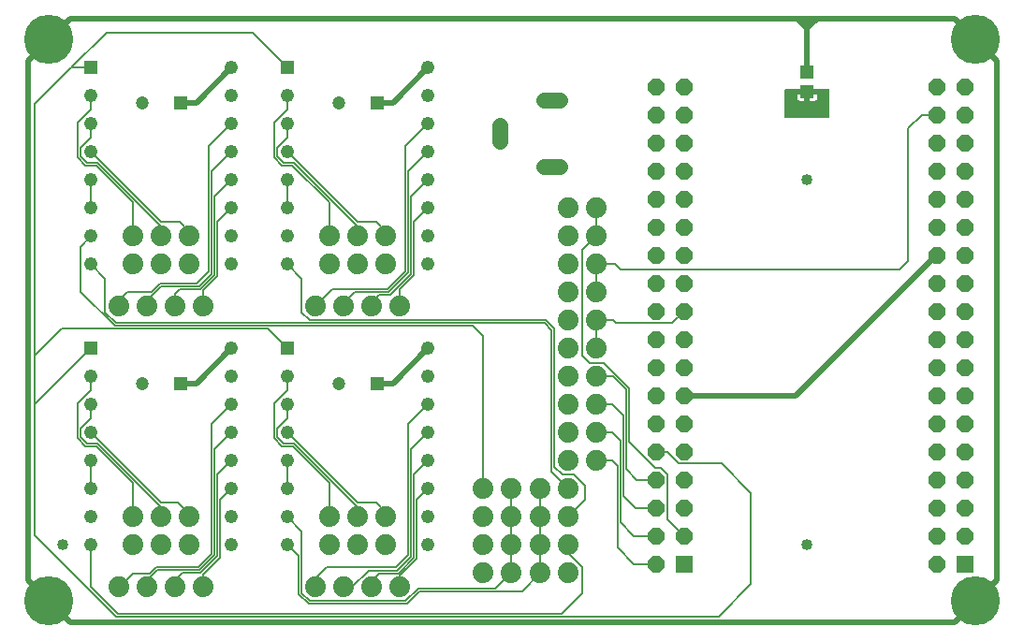
<source format=gbr>
G04 EAGLE Gerber RS-274X export*
G75*
%MOMM*%
%FSLAX34Y34*%
%LPD*%
%INTop Copper*%
%IPPOS*%
%AMOC8*
5,1,8,0,0,1.08239X$1,22.5*%
G01*
%ADD10R,1.244600X1.244600*%
%ADD11C,1.244600*%
%ADD12R,1.200000X1.200000*%
%ADD13C,1.200000*%
%ADD14C,1.879600*%
%ADD15C,1.016000*%
%ADD16C,4.445000*%
%ADD17R,1.270000X1.143000*%
%ADD18R,1.524000X1.524000*%
%ADD19P,1.649562X8X112.500000*%
%ADD20C,1.400000*%
%ADD21C,0.609600*%
%ADD22C,0.127000*%
%ADD23C,0.508000*%
%ADD24C,0.254000*%

G36*
X730368Y462296D02*
X730368Y462296D01*
X730487Y462303D01*
X730525Y462316D01*
X730566Y462321D01*
X730676Y462364D01*
X730789Y462401D01*
X730824Y462423D01*
X730861Y462438D01*
X730957Y462508D01*
X731058Y462571D01*
X731086Y462601D01*
X731119Y462624D01*
X731195Y462716D01*
X731276Y462803D01*
X731296Y462838D01*
X731321Y462869D01*
X731372Y462977D01*
X731430Y463081D01*
X731440Y463121D01*
X731457Y463157D01*
X731479Y463274D01*
X731509Y463389D01*
X731513Y463450D01*
X731517Y463470D01*
X731515Y463490D01*
X731519Y463550D01*
X731519Y487680D01*
X731504Y487798D01*
X731497Y487917D01*
X731484Y487955D01*
X731479Y487996D01*
X731436Y488106D01*
X731399Y488219D01*
X731377Y488254D01*
X731362Y488291D01*
X731293Y488387D01*
X731229Y488488D01*
X731199Y488516D01*
X731176Y488549D01*
X731084Y488625D01*
X730997Y488706D01*
X730962Y488726D01*
X730931Y488751D01*
X730823Y488802D01*
X730719Y488860D01*
X730679Y488870D01*
X730643Y488887D01*
X730526Y488909D01*
X730411Y488939D01*
X730351Y488943D01*
X730331Y488947D01*
X730310Y488945D01*
X730250Y488949D01*
X721360Y488949D01*
X721359Y488949D01*
X712470Y488949D01*
X712352Y488934D01*
X712233Y488927D01*
X712195Y488914D01*
X712155Y488909D01*
X712044Y488865D01*
X711931Y488829D01*
X711896Y488807D01*
X711859Y488792D01*
X711763Y488722D01*
X711662Y488659D01*
X711634Y488629D01*
X711602Y488605D01*
X711526Y488514D01*
X711444Y488427D01*
X711425Y488392D01*
X711399Y488360D01*
X711348Y488253D01*
X711291Y488149D01*
X711280Y488109D01*
X711263Y488073D01*
X711241Y487956D01*
X711211Y487841D01*
X711207Y487780D01*
X711203Y487760D01*
X711204Y487750D01*
X711203Y487746D01*
X711204Y487733D01*
X711201Y487680D01*
X711201Y486409D01*
X711199Y486409D01*
X711199Y487680D01*
X711184Y487798D01*
X711177Y487917D01*
X711164Y487955D01*
X711159Y487995D01*
X711115Y488106D01*
X711079Y488219D01*
X711057Y488254D01*
X711042Y488291D01*
X710972Y488387D01*
X710909Y488488D01*
X710879Y488516D01*
X710855Y488548D01*
X710764Y488624D01*
X710677Y488706D01*
X710642Y488725D01*
X710610Y488751D01*
X710503Y488802D01*
X710399Y488859D01*
X710359Y488870D01*
X710323Y488887D01*
X710206Y488909D01*
X710091Y488939D01*
X710030Y488943D01*
X710010Y488947D01*
X709990Y488945D01*
X709930Y488949D01*
X701041Y488949D01*
X701040Y488949D01*
X692150Y488949D01*
X692032Y488934D01*
X691913Y488927D01*
X691875Y488914D01*
X691834Y488909D01*
X691724Y488866D01*
X691611Y488829D01*
X691576Y488807D01*
X691539Y488792D01*
X691443Y488723D01*
X691342Y488659D01*
X691314Y488629D01*
X691281Y488606D01*
X691206Y488514D01*
X691124Y488427D01*
X691104Y488392D01*
X691079Y488361D01*
X691028Y488253D01*
X690970Y488149D01*
X690960Y488109D01*
X690943Y488073D01*
X690921Y487956D01*
X690891Y487841D01*
X690887Y487781D01*
X690883Y487761D01*
X690884Y487750D01*
X690883Y487746D01*
X690884Y487733D01*
X690881Y487680D01*
X690881Y463550D01*
X690896Y463432D01*
X690903Y463313D01*
X690916Y463275D01*
X690921Y463234D01*
X690964Y463124D01*
X691001Y463011D01*
X691023Y462976D01*
X691038Y462939D01*
X691108Y462843D01*
X691171Y462742D01*
X691201Y462714D01*
X691224Y462681D01*
X691316Y462606D01*
X691403Y462524D01*
X691438Y462504D01*
X691469Y462479D01*
X691577Y462428D01*
X691681Y462370D01*
X691721Y462360D01*
X691757Y462343D01*
X691874Y462321D01*
X691989Y462291D01*
X692050Y462287D01*
X692070Y462283D01*
X692090Y462285D01*
X692150Y462281D01*
X730250Y462281D01*
X730368Y462296D01*
G37*
%LPC*%
G36*
X713739Y478154D02*
X713739Y478154D01*
X713739Y483871D01*
X720091Y483871D01*
X720091Y480361D01*
X719918Y479714D01*
X719583Y479135D01*
X719110Y478662D01*
X718531Y478327D01*
X717884Y478154D01*
X713739Y478154D01*
G37*
%LPD*%
%LPC*%
G36*
X704516Y478154D02*
X704516Y478154D01*
X703869Y478327D01*
X703290Y478662D01*
X702817Y479135D01*
X702482Y479714D01*
X702309Y480361D01*
X702309Y483871D01*
X708661Y483871D01*
X708661Y478154D01*
X704516Y478154D01*
G37*
%LPD*%
D10*
X63500Y508000D03*
D11*
X63500Y482600D03*
X63500Y457200D03*
X63500Y431800D03*
X63500Y406400D03*
X63500Y381000D03*
X63500Y355600D03*
X63500Y330200D03*
X190500Y330200D03*
X190500Y355600D03*
X190500Y381000D03*
X190500Y406400D03*
X190500Y431800D03*
X190500Y457200D03*
X190500Y482600D03*
X190500Y508000D03*
D12*
X144500Y476250D03*
D13*
X109500Y476250D03*
D14*
X88900Y292100D03*
X114300Y292100D03*
X139700Y292100D03*
X165100Y292100D03*
X101600Y330200D03*
X101600Y355600D03*
X127000Y330200D03*
X127000Y355600D03*
X152400Y330200D03*
X152400Y355600D03*
D10*
X241300Y508000D03*
D11*
X241300Y482600D03*
X241300Y457200D03*
X241300Y431800D03*
X241300Y406400D03*
X241300Y381000D03*
X241300Y355600D03*
X241300Y330200D03*
X368300Y330200D03*
X368300Y355600D03*
X368300Y381000D03*
X368300Y406400D03*
X368300Y431800D03*
X368300Y457200D03*
X368300Y482600D03*
X368300Y508000D03*
D12*
X322300Y476250D03*
D13*
X287300Y476250D03*
D14*
X266700Y292100D03*
X292100Y292100D03*
X317500Y292100D03*
X342900Y292100D03*
X279400Y330200D03*
X279400Y355600D03*
X304800Y330200D03*
X304800Y355600D03*
X330200Y330200D03*
X330200Y355600D03*
D10*
X63500Y254000D03*
D11*
X63500Y228600D03*
X63500Y203200D03*
X63500Y177800D03*
X63500Y152400D03*
X63500Y127000D03*
X63500Y101600D03*
X63500Y76200D03*
X190500Y76200D03*
X190500Y101600D03*
X190500Y127000D03*
X190500Y152400D03*
X190500Y177800D03*
X190500Y203200D03*
X190500Y228600D03*
X190500Y254000D03*
D12*
X144500Y222250D03*
D13*
X109500Y222250D03*
D14*
X88900Y38100D03*
X114300Y38100D03*
X139700Y38100D03*
X165100Y38100D03*
X101600Y76200D03*
X101600Y101600D03*
X127000Y76200D03*
X127000Y101600D03*
X152400Y76200D03*
X152400Y101600D03*
D10*
X241300Y254000D03*
D11*
X241300Y228600D03*
X241300Y203200D03*
X241300Y177800D03*
X241300Y152400D03*
X241300Y127000D03*
X241300Y101600D03*
X241300Y76200D03*
X368300Y76200D03*
X368300Y101600D03*
X368300Y127000D03*
X368300Y152400D03*
X368300Y177800D03*
X368300Y203200D03*
X368300Y228600D03*
X368300Y254000D03*
D12*
X322300Y222250D03*
D13*
X287300Y222250D03*
D14*
X266700Y38100D03*
X292100Y38100D03*
X317500Y38100D03*
X342900Y38100D03*
X279400Y76200D03*
X279400Y101600D03*
X304800Y76200D03*
X304800Y101600D03*
X330200Y76200D03*
X330200Y101600D03*
X520700Y381000D03*
X495300Y381000D03*
X520700Y355600D03*
X495300Y355600D03*
X520700Y330200D03*
X495300Y330200D03*
X520700Y304800D03*
X495300Y304800D03*
X520700Y279400D03*
X495300Y279400D03*
X520700Y254000D03*
X495300Y254000D03*
X520700Y228600D03*
X495300Y228600D03*
X520700Y203200D03*
X495300Y203200D03*
X520700Y177800D03*
X495300Y177800D03*
X520700Y152400D03*
X495300Y152400D03*
X417830Y127000D03*
X443230Y127000D03*
X417830Y101600D03*
X443230Y101600D03*
X417830Y76200D03*
X443230Y76200D03*
X417830Y50800D03*
X443230Y50800D03*
X495300Y50800D03*
X469900Y50800D03*
X495300Y76200D03*
X469900Y76200D03*
X495300Y101600D03*
X469900Y101600D03*
X495300Y127000D03*
X469900Y127000D03*
D15*
X711200Y406400D03*
X711200Y76200D03*
X38100Y76200D03*
D16*
X25400Y533400D03*
X25400Y25400D03*
X863600Y25400D03*
X863600Y533400D03*
D17*
X711200Y486410D03*
X711200Y504190D03*
D18*
X853700Y59100D03*
D19*
X828300Y59100D03*
X853700Y84500D03*
X828300Y84500D03*
X853700Y109900D03*
X828300Y109900D03*
X853700Y135300D03*
X828300Y135300D03*
X853700Y160700D03*
X828300Y160700D03*
X853700Y186100D03*
X828300Y186100D03*
X853700Y211500D03*
X828300Y211500D03*
X853700Y236900D03*
X828300Y236900D03*
X853700Y262300D03*
X828300Y262300D03*
X853700Y287700D03*
X828300Y287700D03*
X853700Y313100D03*
X828300Y313100D03*
X853700Y338500D03*
X828300Y338500D03*
X853700Y363900D03*
X828300Y363900D03*
X853700Y389300D03*
X828300Y389300D03*
X853700Y414700D03*
X828300Y414700D03*
X853700Y440100D03*
X828300Y440100D03*
X853700Y465500D03*
X828300Y465500D03*
X853700Y490900D03*
X828300Y490900D03*
D18*
X599700Y59100D03*
D19*
X574300Y59100D03*
X599700Y84500D03*
X574300Y84500D03*
X599700Y109900D03*
X574300Y109900D03*
X599700Y135300D03*
X574300Y135300D03*
X599700Y160700D03*
X574300Y160700D03*
X599700Y186100D03*
X574300Y186100D03*
X599700Y211500D03*
X574300Y211500D03*
X599700Y236900D03*
X574300Y236900D03*
X599700Y262300D03*
X574300Y262300D03*
X599700Y287700D03*
X574300Y287700D03*
X599700Y313100D03*
X574300Y313100D03*
X599700Y338500D03*
X574300Y338500D03*
X599700Y363900D03*
X574300Y363900D03*
X599700Y389300D03*
X574300Y389300D03*
X599700Y414700D03*
X574300Y414700D03*
X599700Y440100D03*
X574300Y440100D03*
X599700Y465500D03*
X574300Y465500D03*
X599700Y490900D03*
X574300Y490900D03*
D20*
X487060Y418870D02*
X473060Y418870D01*
X473060Y478870D02*
X487060Y478870D01*
X433060Y455870D02*
X433060Y441870D01*
D21*
X698500Y469900D03*
X711200Y469900D03*
X723900Y469900D03*
D22*
X190500Y431800D02*
X172720Y414020D01*
X172720Y321310D02*
X161290Y309880D01*
X127000Y309880D01*
X114300Y297180D01*
X114300Y292100D01*
X172720Y321310D02*
X172720Y414020D01*
X170180Y436880D02*
X190500Y457200D01*
X170180Y436880D02*
X170180Y323850D01*
X158750Y312420D01*
X125948Y312420D01*
X118328Y304800D02*
X96520Y304800D01*
X118328Y304800D02*
X125948Y312420D01*
X96520Y304800D02*
X88900Y297180D01*
X88900Y292100D01*
D23*
X336550Y476250D02*
X368300Y508000D01*
X336550Y476250D02*
X322300Y476250D01*
X368300Y254000D02*
X336550Y222250D01*
X322300Y222250D01*
X190500Y254000D02*
X158750Y222250D01*
X144500Y222250D01*
X158750Y476250D02*
X190500Y508000D01*
X158750Y476250D02*
X144500Y476250D01*
D22*
X63500Y406400D02*
X63500Y381000D01*
X417830Y265557D02*
X417830Y127000D01*
X417830Y265557D02*
X408940Y274447D01*
X85180Y274447D01*
X54102Y305525D01*
X54102Y346202D02*
X63500Y355600D01*
X54102Y346202D02*
X54102Y305525D01*
X480060Y142240D02*
X495300Y127000D01*
X480060Y142240D02*
X480060Y270510D01*
X473583Y276987D01*
X76327Y317373D02*
X63500Y330200D01*
X76327Y317373D02*
X76327Y286892D01*
X86232Y276987D01*
X473583Y276987D01*
X58555Y419862D02*
X51562Y426855D01*
X58555Y419862D02*
X68036Y419862D01*
X63500Y470491D02*
X63500Y482600D01*
X63500Y470491D02*
X51562Y458553D01*
X51562Y426855D01*
X101600Y386298D02*
X101600Y355600D01*
X101600Y386298D02*
X68036Y419862D01*
X54102Y427907D02*
X54102Y435693D01*
X54102Y427907D02*
X59607Y422402D01*
X63500Y445091D02*
X63500Y457200D01*
X69088Y422402D02*
X127000Y364490D01*
X54102Y435693D02*
X63500Y445091D01*
X59607Y422402D02*
X69088Y422402D01*
X127000Y364490D02*
X127000Y355600D01*
X127000Y368300D02*
X63500Y431800D01*
X127000Y368300D02*
X143510Y368300D01*
X152400Y359410D01*
X152400Y355600D01*
X495300Y101600D02*
X510540Y116840D01*
X490092Y139827D02*
X482727Y147192D01*
X482727Y148463D01*
X482600Y148590D01*
X500254Y139827D02*
X510540Y129541D01*
X500254Y139827D02*
X490092Y139827D01*
X482600Y148590D02*
X482600Y271780D01*
X261492Y279527D02*
X254127Y286892D01*
X474853Y279527D02*
X482600Y271780D01*
X474853Y279527D02*
X261492Y279527D01*
X254127Y317373D02*
X241300Y330200D01*
X254127Y317373D02*
X254127Y286892D01*
X510540Y129541D02*
X510540Y116840D01*
X495300Y76200D02*
X495300Y68581D01*
X507873Y56008D01*
X507873Y32893D01*
X488950Y13970D01*
X87630Y13970D01*
X63500Y38100D01*
X63500Y76200D01*
X350520Y414020D02*
X368300Y431800D01*
X332740Y304800D02*
X302260Y304800D01*
X292100Y294640D01*
X292100Y292100D01*
X350520Y322580D02*
X350520Y414020D01*
X350520Y322580D02*
X332740Y304800D01*
X347980Y436880D02*
X368300Y457200D01*
X347980Y323632D02*
X331688Y307340D01*
X281940Y307340D02*
X266700Y292100D01*
X347980Y323632D02*
X347980Y436880D01*
X331688Y307340D02*
X281940Y307340D01*
X241300Y381000D02*
X241300Y406400D01*
X236355Y419862D02*
X229362Y426855D01*
X236355Y419862D02*
X243840Y419862D01*
X244348Y419862D01*
X241300Y470491D02*
X241300Y482600D01*
X241300Y470491D02*
X229362Y458553D01*
X229362Y426855D01*
X244348Y419862D02*
X245618Y419862D01*
X279400Y386080D01*
X279400Y355600D01*
X231902Y427907D02*
X231902Y435693D01*
X231902Y427907D02*
X237407Y422402D01*
X241300Y445091D02*
X241300Y457200D01*
X241300Y445091D02*
X231902Y435693D01*
X237407Y422402D02*
X245110Y422402D01*
X245618Y422402D01*
X304800Y363220D02*
X304800Y359410D01*
X304800Y355600D01*
X247106Y422402D02*
X245618Y422402D01*
X304800Y364708D02*
X304800Y363220D01*
X304800Y364708D02*
X247106Y422402D01*
X241300Y431800D02*
X304800Y368300D01*
X321310Y368300D01*
X330200Y359410D01*
X330200Y355600D01*
X190500Y177800D02*
X175260Y162560D01*
X175260Y67092D02*
X161508Y53340D01*
X123190Y53340D01*
X114300Y44450D01*
X114300Y38100D01*
X175260Y67092D02*
X175260Y162560D01*
X172720Y185420D02*
X190500Y203200D01*
X172720Y68144D02*
X160456Y55880D01*
X122138Y55880D01*
X116931Y50673D01*
X101473Y50673D02*
X88900Y38100D01*
X172720Y68144D02*
X172720Y185420D01*
X116931Y50673D02*
X101473Y50673D01*
X63500Y127000D02*
X63500Y152400D01*
X58555Y165862D02*
X51562Y172855D01*
X58555Y165862D02*
X68254Y165862D01*
X63500Y216491D02*
X63500Y228600D01*
X63500Y216491D02*
X51562Y204553D01*
X51562Y172855D01*
X101600Y132516D02*
X101600Y101600D01*
X101600Y132516D02*
X68254Y165862D01*
X54102Y173907D02*
X54102Y181693D01*
X54102Y173907D02*
X59607Y168402D01*
X63500Y191091D02*
X63500Y203200D01*
X63500Y191091D02*
X54102Y181693D01*
X59607Y168402D02*
X69306Y168402D01*
X127000Y110708D02*
X127000Y101600D01*
X127000Y110708D02*
X69306Y168402D01*
X63500Y177800D02*
X127000Y114300D01*
X142240Y114300D01*
X152400Y104140D01*
X152400Y101600D01*
X353060Y162560D02*
X368300Y177800D01*
X353060Y65913D02*
X340360Y53213D01*
X299719Y38100D02*
X292100Y38100D01*
X314832Y53213D02*
X340360Y53213D01*
X314832Y53213D02*
X299719Y38100D01*
X353060Y65913D02*
X353060Y162560D01*
X350520Y185420D02*
X368300Y203200D01*
X350520Y185420D02*
X350520Y67310D01*
X339090Y55880D01*
X276860Y55880D02*
X266700Y45720D01*
X266700Y38100D01*
X276860Y55880D02*
X339090Y55880D01*
X241300Y127000D02*
X241300Y152400D01*
X236355Y165862D02*
X229362Y172855D01*
X236355Y165862D02*
X245836Y165862D01*
X241300Y216491D02*
X241300Y228600D01*
X241300Y216491D02*
X229362Y204553D01*
X229362Y172855D01*
X279400Y132298D02*
X279400Y101600D01*
X279400Y132298D02*
X245836Y165862D01*
X231902Y173907D02*
X231902Y181693D01*
X231902Y173907D02*
X237407Y168402D01*
X241300Y191091D02*
X241300Y203200D01*
X241300Y191091D02*
X231902Y181693D01*
X237407Y168402D02*
X246888Y168402D01*
X304800Y110490D02*
X304800Y101600D01*
X304800Y110490D02*
X246888Y168402D01*
X241300Y177800D02*
X304800Y114300D01*
X321310Y114300D01*
X330200Y105410D01*
X330200Y101600D01*
X443230Y76200D02*
X443230Y50800D01*
X443230Y76200D02*
X443230Y101600D01*
X443230Y127000D01*
X443230Y50800D02*
X429260Y36830D01*
X261492Y25527D02*
X254127Y32892D01*
X348108Y25527D02*
X359411Y36830D01*
X348108Y25527D02*
X261492Y25527D01*
X254127Y88773D02*
X241300Y101600D01*
X254127Y88773D02*
X254127Y32892D01*
X359411Y36830D02*
X429260Y36830D01*
X469900Y101600D02*
X469900Y127000D01*
X469900Y101600D02*
X469900Y76200D01*
X469900Y50800D01*
X453390Y34290D01*
X360463Y34290D01*
X251587Y41783D02*
X251460Y41910D01*
X260440Y22987D02*
X349160Y22987D01*
X260440Y22987D02*
X251587Y31840D01*
X251587Y41783D01*
X251460Y66040D02*
X241300Y76200D01*
X349160Y22987D02*
X360463Y34290D01*
X251460Y41910D02*
X251460Y66040D01*
X520700Y355600D02*
X520700Y381000D01*
X520700Y355600D02*
X508000Y342900D01*
X508000Y247650D01*
X526959Y241173D02*
X549910Y218222D01*
X514477Y241173D02*
X508000Y247650D01*
X514477Y241173D02*
X526959Y241173D01*
X578771Y146095D02*
X585095Y139771D01*
X585095Y99105D02*
X599700Y84500D01*
X573639Y146095D02*
X549910Y169824D01*
X573639Y146095D02*
X578771Y146095D01*
X585095Y139771D02*
X585095Y99105D01*
X549910Y169824D02*
X549910Y218222D01*
X520700Y304800D02*
X520700Y330200D01*
X537210Y330200D01*
X542290Y325120D01*
X795020Y325120D01*
X802640Y332740D01*
X814750Y465500D02*
X828300Y465500D01*
X802640Y453390D02*
X802640Y332740D01*
X802640Y453390D02*
X814750Y465500D01*
X520700Y279400D02*
X520700Y254000D01*
X538480Y276860D02*
X535940Y279400D01*
X538480Y276860D02*
X589280Y276860D01*
X599700Y287280D01*
X599700Y287700D01*
X535940Y279400D02*
X520700Y279400D01*
X520700Y228600D02*
X535940Y228600D01*
X547370Y217170D01*
X556850Y135300D02*
X574300Y135300D01*
X547370Y144780D02*
X547370Y217170D01*
X547370Y144780D02*
X556850Y135300D01*
X534670Y203200D02*
X520700Y203200D01*
X534670Y203200D02*
X544830Y193040D01*
X555580Y109900D02*
X574300Y109900D01*
X544830Y120650D02*
X544830Y193040D01*
X544830Y120650D02*
X555580Y109900D01*
X534670Y177800D02*
X520700Y177800D01*
X534670Y177800D02*
X542290Y170180D01*
X554310Y84500D02*
X574300Y84500D01*
X542290Y96520D02*
X542290Y170180D01*
X542290Y96520D02*
X554310Y84500D01*
X534670Y152400D02*
X520700Y152400D01*
X534670Y152400D02*
X539750Y147320D01*
X539750Y73660D02*
X554310Y59100D01*
X574300Y59100D01*
X539750Y73660D02*
X539750Y147320D01*
D23*
X882650Y514350D02*
X863600Y533400D01*
X882650Y44450D02*
X863600Y25400D01*
X882650Y44450D02*
X882650Y514350D01*
X863600Y25400D02*
X844550Y6350D01*
X44450Y6350D02*
X25400Y25400D01*
X44450Y6350D02*
X844550Y6350D01*
X25400Y25400D02*
X6350Y44450D01*
X6350Y514350D02*
X25400Y533400D01*
X6350Y514350D02*
X6350Y44450D01*
X25400Y533400D02*
X44450Y552450D01*
X844550Y552450D02*
X863600Y533400D01*
X701040Y552450D02*
X44450Y552450D01*
X702310Y552450D02*
X711200Y552450D01*
X720090Y552450D01*
X844550Y552450D01*
X711200Y543560D02*
X711200Y504190D01*
X711200Y543560D02*
X711200Y552450D01*
X711200Y543560D02*
X720090Y552450D01*
X711200Y543560D02*
X702310Y552450D01*
X701040Y552450D01*
X701130Y211500D02*
X599700Y211500D01*
D24*
X828130Y338500D02*
X828300Y338500D01*
D23*
X828130Y338500D02*
X701130Y211500D01*
D22*
X241300Y508000D02*
X209550Y539750D01*
X77470Y539750D01*
X45720Y508000D01*
X12700Y85090D02*
X86360Y11430D01*
X631190Y11430D02*
X660400Y40640D01*
X660400Y123190D01*
X584434Y160700D02*
X574300Y160700D01*
X584434Y160700D02*
X595229Y149905D01*
X633685Y149905D01*
X12700Y247650D02*
X12700Y474980D01*
X12700Y203200D02*
X12700Y85090D01*
X86360Y11430D02*
X631190Y11430D01*
X660400Y123190D02*
X633685Y149905D01*
X63500Y508000D02*
X45720Y508000D01*
X12700Y474980D01*
X63500Y254000D02*
X12700Y203200D01*
X12700Y247650D01*
X223520Y271780D02*
X241300Y254000D01*
X36830Y271780D02*
X12700Y247650D01*
X36830Y271780D02*
X223520Y271780D01*
X177800Y368300D02*
X190500Y381000D01*
X165100Y306506D02*
X165100Y292100D01*
X177800Y319206D02*
X177800Y368300D01*
X177800Y319206D02*
X165100Y306506D01*
X175260Y391160D02*
X190500Y406400D01*
X175260Y320258D02*
X162342Y307340D01*
X143510Y307340D01*
X139700Y303530D01*
X139700Y292100D01*
X175260Y320258D02*
X175260Y391160D01*
X190500Y127000D02*
X180340Y116840D01*
X165100Y49530D02*
X165100Y38100D01*
X180340Y64770D02*
X180340Y116840D01*
X180340Y64770D02*
X165100Y49530D01*
X177800Y139700D02*
X190500Y152400D01*
X162560Y50800D02*
X146050Y50800D01*
X139700Y44450D01*
X139700Y38100D01*
X177800Y66040D02*
X177800Y139700D01*
X177800Y66040D02*
X162560Y50800D01*
X358140Y116840D02*
X368300Y127000D01*
X342900Y48260D02*
X342900Y38100D01*
X358140Y63500D02*
X358140Y116840D01*
X358140Y63500D02*
X342900Y48260D01*
X355600Y139700D02*
X368300Y152400D01*
X317500Y44450D02*
X317500Y38100D01*
X355600Y64770D02*
X355600Y139700D01*
X355600Y64770D02*
X341503Y50673D01*
X323723Y50673D01*
X317500Y44450D01*
X355600Y368300D02*
X368300Y381000D01*
X355600Y368300D02*
X355600Y320476D01*
X342900Y307776D02*
X342900Y292100D01*
X342900Y307776D02*
X355600Y320476D01*
X353060Y391160D02*
X368300Y406400D01*
X353060Y321528D02*
X333792Y302260D01*
X323850Y302260D01*
X317500Y295910D01*
X317500Y292100D01*
X353060Y321528D02*
X353060Y391160D01*
M02*

</source>
